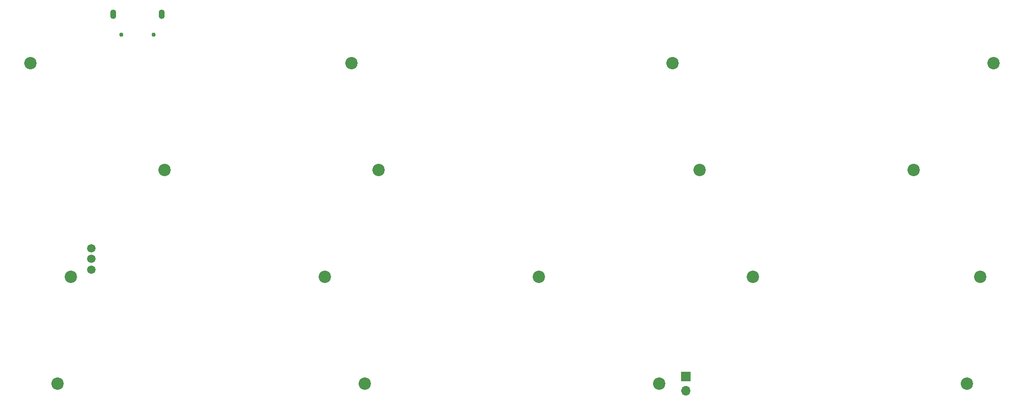
<source format=gbr>
%TF.GenerationSoftware,KiCad,Pcbnew,8.0.8*%
%TF.CreationDate,2025-03-01T19:11:40+01:00*%
%TF.ProjectId,travaulta WKL,74726176-6175-46c7-9461-20574b4c2e6b,rev?*%
%TF.SameCoordinates,Original*%
%TF.FileFunction,Soldermask,Top*%
%TF.FilePolarity,Negative*%
%FSLAX46Y46*%
G04 Gerber Fmt 4.6, Leading zero omitted, Abs format (unit mm)*
G04 Created by KiCad (PCBNEW 8.0.8) date 2025-03-01 19:11:40*
%MOMM*%
%LPD*%
G01*
G04 APERTURE LIST*
%ADD10C,2.200000*%
%ADD11C,1.500000*%
%ADD12R,1.700000X1.700000*%
%ADD13O,1.700000X1.700000*%
%ADD14C,0.750000*%
%ADD15O,1.100000X1.700000*%
G04 APERTURE END LIST*
D10*
%TO.C,H2*%
X120650000Y-57150000D03*
%TD*%
%TO.C,H11*%
X153987500Y-95250000D03*
%TD*%
%TO.C,H1*%
X63500000Y-57150000D03*
%TD*%
%TO.C,H9*%
X70643750Y-95250000D03*
%TD*%
%TO.C,H13*%
X232568750Y-95250000D03*
%TD*%
%TO.C,H5*%
X87312500Y-76200000D03*
%TD*%
D11*
%TO.C,J1*%
X74326714Y-93975000D03*
X74326714Y-92075000D03*
X74326714Y-90175000D03*
%TD*%
D10*
%TO.C,H10*%
X115887500Y-95250000D03*
%TD*%
%TO.C,H8*%
X220662500Y-76200000D03*
%TD*%
%TO.C,H15*%
X123031250Y-114300000D03*
%TD*%
%TO.C,H3*%
X177800000Y-57150000D03*
%TD*%
%TO.C,H17*%
X230187500Y-114300000D03*
%TD*%
%TO.C,H4*%
X234950000Y-57150000D03*
%TD*%
%TO.C,H6*%
X125412500Y-76200000D03*
%TD*%
%TO.C,H16*%
X175418750Y-114300000D03*
%TD*%
%TO.C,H12*%
X192087500Y-95250000D03*
%TD*%
%TO.C,H7*%
X182562500Y-76200000D03*
%TD*%
%TO.C,H14*%
X68262500Y-114300000D03*
%TD*%
D12*
%TO.C,SW38*%
X180181250Y-113025000D03*
D13*
X180181250Y-115565000D03*
%TD*%
D14*
%TO.C,USB1*%
X79660000Y-52093750D03*
X85440000Y-52093750D03*
D15*
X78230000Y-48443750D03*
X86870000Y-48443750D03*
%TD*%
M02*

</source>
